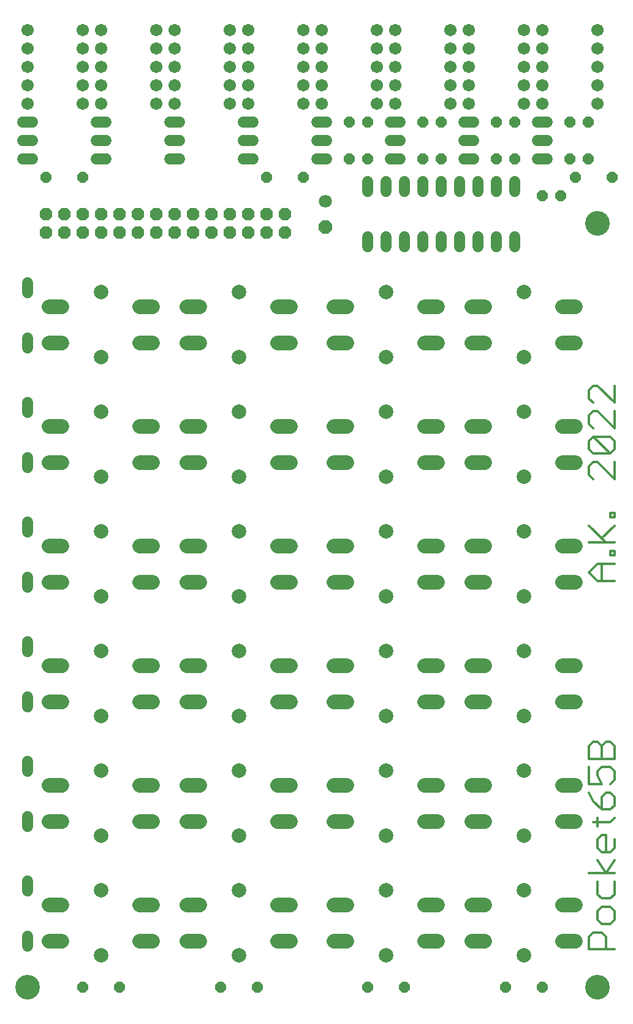
<source format=gts>
G75*
%MOIN*%
%OFA0B0*%
%FSLAX25Y25*%
%IPPOS*%
%LPD*%
%AMOC8*
5,1,8,0,0,1.08239X$1,22.5*
%
%ADD10C,0.13398*%
%ADD11C,0.01200*%
%ADD12C,0.07850*%
%ADD13C,0.07900*%
%ADD14C,0.06000*%
%ADD15OC8,0.06000*%
%ADD16OC8,0.06800*%
%ADD17OC8,0.07100*%
%ADD18C,0.07100*%
%ADD19C,0.06706*%
D10*
X0016500Y0016500D03*
X0326500Y0016500D03*
X0326500Y0431500D03*
D11*
X0326692Y0343262D02*
X0324390Y0343262D01*
X0322088Y0340960D01*
X0322088Y0336356D01*
X0324390Y0334054D01*
X0324390Y0329450D02*
X0322088Y0327148D01*
X0322088Y0322544D01*
X0324390Y0320242D01*
X0324390Y0315638D02*
X0333598Y0306430D01*
X0335900Y0308732D01*
X0335900Y0313336D01*
X0333598Y0315638D01*
X0324390Y0315638D01*
X0322088Y0313336D01*
X0322088Y0308732D01*
X0324390Y0306430D01*
X0333598Y0306430D01*
X0335900Y0301826D02*
X0335900Y0292618D01*
X0326692Y0301826D01*
X0324390Y0301826D01*
X0322088Y0299524D01*
X0322088Y0294920D01*
X0324390Y0292618D01*
X0333598Y0274203D02*
X0335900Y0274203D01*
X0335900Y0271901D01*
X0333598Y0271901D01*
X0333598Y0274203D01*
X0335900Y0267297D02*
X0328994Y0260391D01*
X0331296Y0258089D02*
X0322088Y0267297D01*
X0322088Y0258089D02*
X0335900Y0258089D01*
X0335900Y0253485D02*
X0335900Y0251183D01*
X0333598Y0251183D01*
X0333598Y0253485D01*
X0335900Y0253485D01*
X0335900Y0246579D02*
X0326692Y0246579D01*
X0322088Y0241975D01*
X0326692Y0237371D01*
X0335900Y0237371D01*
X0328994Y0237371D02*
X0328994Y0246579D01*
X0335900Y0320242D02*
X0326692Y0329450D01*
X0324390Y0329450D01*
X0335900Y0329450D02*
X0335900Y0320242D01*
X0335900Y0334054D02*
X0326692Y0343262D01*
X0335900Y0343262D02*
X0335900Y0334054D01*
X0333598Y0149896D02*
X0331296Y0149896D01*
X0328994Y0147594D01*
X0328994Y0140688D01*
X0328994Y0136085D02*
X0333598Y0136085D01*
X0335900Y0133783D01*
X0335900Y0129179D01*
X0333598Y0126877D01*
X0333598Y0122273D02*
X0331296Y0122273D01*
X0328994Y0119971D01*
X0328994Y0113065D01*
X0333598Y0113065D01*
X0335900Y0115367D01*
X0335900Y0119971D01*
X0333598Y0122273D01*
X0328994Y0126877D02*
X0326692Y0131481D01*
X0326692Y0133783D01*
X0328994Y0136085D01*
X0322088Y0136085D02*
X0322088Y0126877D01*
X0328994Y0126877D01*
X0322088Y0122273D02*
X0324390Y0117669D01*
X0328994Y0113065D01*
X0326692Y0108461D02*
X0326692Y0103857D01*
X0324390Y0106159D02*
X0333598Y0106159D01*
X0335900Y0108461D01*
X0331296Y0099253D02*
X0328994Y0099253D01*
X0326692Y0096951D01*
X0326692Y0092347D01*
X0328994Y0090045D01*
X0333598Y0090045D01*
X0335900Y0092347D01*
X0335900Y0096951D01*
X0331296Y0099253D02*
X0331296Y0090045D01*
X0326692Y0085441D02*
X0331296Y0078535D01*
X0335900Y0085441D01*
X0335900Y0078535D02*
X0322088Y0078535D01*
X0326692Y0073931D02*
X0326692Y0067026D01*
X0328994Y0064724D01*
X0333598Y0064724D01*
X0335900Y0067026D01*
X0335900Y0073931D01*
X0333598Y0060120D02*
X0328994Y0060120D01*
X0326692Y0057818D01*
X0326692Y0053214D01*
X0328994Y0050912D01*
X0333598Y0050912D01*
X0335900Y0053214D01*
X0335900Y0057818D01*
X0333598Y0060120D01*
X0328994Y0046308D02*
X0331296Y0044006D01*
X0331296Y0037100D01*
X0335900Y0037100D02*
X0322088Y0037100D01*
X0322088Y0044006D01*
X0324390Y0046308D01*
X0328994Y0046308D01*
X0322088Y0140688D02*
X0322088Y0147594D01*
X0324390Y0149896D01*
X0326692Y0149896D01*
X0328994Y0147594D01*
X0333598Y0149896D02*
X0335900Y0147594D01*
X0335900Y0140688D01*
X0322088Y0140688D01*
D12*
X0314625Y0126300D02*
X0307575Y0126300D01*
X0307575Y0106700D02*
X0314625Y0106700D01*
X0314625Y0061300D02*
X0307575Y0061300D01*
X0307575Y0041700D02*
X0314625Y0041700D01*
X0265425Y0041700D02*
X0258375Y0041700D01*
X0258375Y0061300D02*
X0265425Y0061300D01*
X0239625Y0061300D02*
X0232575Y0061300D01*
X0232575Y0041700D02*
X0239625Y0041700D01*
X0239625Y0106700D02*
X0232575Y0106700D01*
X0232575Y0126300D02*
X0239625Y0126300D01*
X0258375Y0126300D02*
X0265425Y0126300D01*
X0265425Y0106700D02*
X0258375Y0106700D01*
X0258375Y0171700D02*
X0265425Y0171700D01*
X0265425Y0191300D02*
X0258375Y0191300D01*
X0239625Y0191300D02*
X0232575Y0191300D01*
X0232575Y0171700D02*
X0239625Y0171700D01*
X0239625Y0236700D02*
X0232575Y0236700D01*
X0232575Y0256300D02*
X0239625Y0256300D01*
X0258375Y0256300D02*
X0265425Y0256300D01*
X0265425Y0236700D02*
X0258375Y0236700D01*
X0258375Y0301700D02*
X0265425Y0301700D01*
X0265425Y0321300D02*
X0258375Y0321300D01*
X0239625Y0321300D02*
X0232575Y0321300D01*
X0232575Y0301700D02*
X0239625Y0301700D01*
X0239625Y0366700D02*
X0232575Y0366700D01*
X0232575Y0386300D02*
X0239625Y0386300D01*
X0258375Y0386300D02*
X0265425Y0386300D01*
X0265425Y0366700D02*
X0258375Y0366700D01*
X0307575Y0366700D02*
X0314625Y0366700D01*
X0314625Y0386300D02*
X0307575Y0386300D01*
X0307575Y0321300D02*
X0314625Y0321300D01*
X0314625Y0301700D02*
X0307575Y0301700D01*
X0307575Y0256300D02*
X0314625Y0256300D01*
X0314625Y0236700D02*
X0307575Y0236700D01*
X0307575Y0191300D02*
X0314625Y0191300D01*
X0314625Y0171700D02*
X0307575Y0171700D01*
X0190425Y0171700D02*
X0183375Y0171700D01*
X0183375Y0191300D02*
X0190425Y0191300D01*
X0190425Y0236700D02*
X0183375Y0236700D01*
X0183375Y0256300D02*
X0190425Y0256300D01*
X0190425Y0301700D02*
X0183375Y0301700D01*
X0183375Y0321300D02*
X0190425Y0321300D01*
X0190425Y0366700D02*
X0183375Y0366700D01*
X0183375Y0386300D02*
X0190425Y0386300D01*
X0159625Y0386300D02*
X0152575Y0386300D01*
X0152575Y0366700D02*
X0159625Y0366700D01*
X0159625Y0321300D02*
X0152575Y0321300D01*
X0152575Y0301700D02*
X0159625Y0301700D01*
X0159625Y0256300D02*
X0152575Y0256300D01*
X0152575Y0236700D02*
X0159625Y0236700D01*
X0159625Y0191300D02*
X0152575Y0191300D01*
X0152575Y0171700D02*
X0159625Y0171700D01*
X0159625Y0126300D02*
X0152575Y0126300D01*
X0152575Y0106700D02*
X0159625Y0106700D01*
X0183375Y0106700D02*
X0190425Y0106700D01*
X0190425Y0126300D02*
X0183375Y0126300D01*
X0183375Y0061300D02*
X0190425Y0061300D01*
X0190425Y0041700D02*
X0183375Y0041700D01*
X0159625Y0041700D02*
X0152575Y0041700D01*
X0152575Y0061300D02*
X0159625Y0061300D01*
X0110425Y0061300D02*
X0103375Y0061300D01*
X0103375Y0041700D02*
X0110425Y0041700D01*
X0084625Y0041700D02*
X0077575Y0041700D01*
X0077575Y0061300D02*
X0084625Y0061300D01*
X0084625Y0106700D02*
X0077575Y0106700D01*
X0077575Y0126300D02*
X0084625Y0126300D01*
X0103375Y0126300D02*
X0110425Y0126300D01*
X0110425Y0106700D02*
X0103375Y0106700D01*
X0103375Y0171700D02*
X0110425Y0171700D01*
X0110425Y0191300D02*
X0103375Y0191300D01*
X0084625Y0191300D02*
X0077575Y0191300D01*
X0077575Y0171700D02*
X0084625Y0171700D01*
X0084625Y0236700D02*
X0077575Y0236700D01*
X0077575Y0256300D02*
X0084625Y0256300D01*
X0103375Y0256300D02*
X0110425Y0256300D01*
X0110425Y0236700D02*
X0103375Y0236700D01*
X0103375Y0301700D02*
X0110425Y0301700D01*
X0110425Y0321300D02*
X0103375Y0321300D01*
X0084625Y0321300D02*
X0077575Y0321300D01*
X0077575Y0301700D02*
X0084625Y0301700D01*
X0084625Y0366700D02*
X0077575Y0366700D01*
X0077575Y0386300D02*
X0084625Y0386300D01*
X0103375Y0386300D02*
X0110425Y0386300D01*
X0110425Y0366700D02*
X0103375Y0366700D01*
X0035425Y0366700D02*
X0028375Y0366700D01*
X0028375Y0386300D02*
X0035425Y0386300D01*
X0035425Y0321300D02*
X0028375Y0321300D01*
X0028375Y0301700D02*
X0035425Y0301700D01*
X0035425Y0256300D02*
X0028375Y0256300D01*
X0028375Y0236700D02*
X0035425Y0236700D01*
X0035425Y0191300D02*
X0028375Y0191300D01*
X0028375Y0171700D02*
X0035425Y0171700D01*
X0035425Y0126300D02*
X0028375Y0126300D01*
X0028375Y0106700D02*
X0035425Y0106700D01*
X0035425Y0061300D02*
X0028375Y0061300D01*
X0028375Y0041700D02*
X0035425Y0041700D01*
D13*
X0056500Y0033800D03*
X0056500Y0069200D03*
X0056500Y0098800D03*
X0056500Y0134200D03*
X0056500Y0163800D03*
X0056500Y0199200D03*
X0056500Y0228800D03*
X0056500Y0264200D03*
X0056500Y0293800D03*
X0056500Y0329200D03*
X0056500Y0358800D03*
X0056500Y0394200D03*
X0131500Y0394200D03*
X0131500Y0358800D03*
X0131500Y0329200D03*
X0131500Y0293800D03*
X0131500Y0264200D03*
X0131500Y0228800D03*
X0131500Y0199200D03*
X0131500Y0163800D03*
X0131500Y0134200D03*
X0131500Y0098800D03*
X0131500Y0069200D03*
X0131500Y0033800D03*
X0211500Y0033800D03*
X0211500Y0069200D03*
X0211500Y0098800D03*
X0211500Y0134200D03*
X0211500Y0163800D03*
X0211500Y0199200D03*
X0211500Y0228800D03*
X0211500Y0264200D03*
X0211500Y0293800D03*
X0211500Y0329200D03*
X0211500Y0358800D03*
X0211500Y0394200D03*
X0286500Y0394200D03*
X0286500Y0358800D03*
X0286500Y0329200D03*
X0286500Y0293800D03*
X0286500Y0264200D03*
X0286500Y0228800D03*
X0286500Y0199200D03*
X0286500Y0163800D03*
X0286500Y0134200D03*
X0286500Y0098800D03*
X0286500Y0069200D03*
X0286500Y0033800D03*
D14*
X0281500Y0418900D02*
X0281500Y0424100D01*
X0271500Y0424100D02*
X0271500Y0418900D01*
X0261500Y0418900D02*
X0261500Y0424100D01*
X0251500Y0424100D02*
X0251500Y0418900D01*
X0241500Y0418900D02*
X0241500Y0424100D01*
X0231500Y0424100D02*
X0231500Y0418900D01*
X0221500Y0418900D02*
X0221500Y0424100D01*
X0211500Y0424100D02*
X0211500Y0418900D01*
X0201500Y0418900D02*
X0201500Y0424100D01*
X0201500Y0448900D02*
X0201500Y0454100D01*
X0211500Y0454100D02*
X0211500Y0448900D01*
X0221500Y0448900D02*
X0221500Y0454100D01*
X0219100Y0466500D02*
X0213900Y0466500D01*
X0213900Y0476500D02*
X0219100Y0476500D01*
X0219100Y0486500D02*
X0213900Y0486500D01*
X0231500Y0454100D02*
X0231500Y0448900D01*
X0241500Y0448900D02*
X0241500Y0454100D01*
X0251500Y0454100D02*
X0251500Y0448900D01*
X0261500Y0448900D02*
X0261500Y0454100D01*
X0259100Y0466500D02*
X0253900Y0466500D01*
X0253900Y0476500D02*
X0259100Y0476500D01*
X0259100Y0486500D02*
X0253900Y0486500D01*
X0271500Y0454100D02*
X0271500Y0448900D01*
X0281500Y0448900D02*
X0281500Y0454100D01*
X0293900Y0466500D02*
X0299100Y0466500D01*
X0299100Y0476500D02*
X0293900Y0476500D01*
X0293900Y0486500D02*
X0299100Y0486500D01*
X0179100Y0486500D02*
X0173900Y0486500D01*
X0173900Y0476500D02*
X0179100Y0476500D01*
X0179100Y0466500D02*
X0173900Y0466500D01*
X0139100Y0466500D02*
X0133900Y0466500D01*
X0133900Y0476500D02*
X0139100Y0476500D01*
X0139100Y0486500D02*
X0133900Y0486500D01*
X0099100Y0486500D02*
X0093900Y0486500D01*
X0093900Y0476500D02*
X0099100Y0476500D01*
X0099100Y0466500D02*
X0093900Y0466500D01*
X0059100Y0466500D02*
X0053900Y0466500D01*
X0053900Y0476500D02*
X0059100Y0476500D01*
X0059100Y0486500D02*
X0053900Y0486500D01*
X0019100Y0486500D02*
X0013900Y0486500D01*
X0013900Y0476500D02*
X0019100Y0476500D01*
X0019100Y0466500D02*
X0013900Y0466500D01*
X0016500Y0399100D02*
X0016500Y0393900D01*
X0016500Y0369100D02*
X0016500Y0363900D01*
X0016500Y0334100D02*
X0016500Y0328900D01*
X0016500Y0304100D02*
X0016500Y0298900D01*
X0016500Y0269100D02*
X0016500Y0263900D01*
X0016500Y0239100D02*
X0016500Y0233900D01*
X0016500Y0204100D02*
X0016500Y0198900D01*
X0016500Y0174100D02*
X0016500Y0168900D01*
X0016500Y0139100D02*
X0016500Y0133900D01*
X0016500Y0109100D02*
X0016500Y0103900D01*
X0016500Y0074100D02*
X0016500Y0068900D01*
X0016500Y0044100D02*
X0016500Y0038900D01*
D15*
X0046500Y0016500D03*
X0066500Y0016500D03*
X0121500Y0016500D03*
X0141500Y0016500D03*
X0201500Y0016500D03*
X0221500Y0016500D03*
X0276500Y0016500D03*
X0296500Y0016500D03*
X0296500Y0446500D03*
X0306500Y0446500D03*
X0314500Y0456500D03*
X0311500Y0466500D03*
X0321500Y0466500D03*
X0321500Y0486500D03*
X0311500Y0486500D03*
X0334500Y0456500D03*
X0281500Y0466500D03*
X0271500Y0466500D03*
X0271500Y0486500D03*
X0281500Y0486500D03*
X0241500Y0486500D03*
X0231500Y0486500D03*
X0231500Y0466500D03*
X0241500Y0466500D03*
X0201500Y0466500D03*
X0191500Y0466500D03*
X0191500Y0486500D03*
X0201500Y0486500D03*
X0166500Y0456500D03*
X0146500Y0456500D03*
X0046500Y0456500D03*
X0026500Y0456500D03*
D16*
X0026500Y0436500D03*
X0026500Y0426500D03*
X0036500Y0426500D03*
X0036500Y0436500D03*
X0046500Y0436500D03*
X0046500Y0426500D03*
X0056500Y0426500D03*
X0056500Y0436500D03*
X0066500Y0436500D03*
X0066500Y0426500D03*
X0076500Y0426500D03*
X0076500Y0436500D03*
X0086500Y0436500D03*
X0086500Y0426500D03*
X0096500Y0426500D03*
X0096500Y0436500D03*
X0106500Y0436500D03*
X0106500Y0426500D03*
X0116500Y0426500D03*
X0116500Y0436500D03*
X0126500Y0436500D03*
X0126500Y0426500D03*
X0136500Y0426500D03*
X0136500Y0436500D03*
X0146500Y0436500D03*
X0146500Y0426500D03*
X0156500Y0426500D03*
X0156500Y0436500D03*
D17*
X0178500Y0429500D03*
D18*
X0178500Y0443500D03*
D19*
X0176500Y0496500D03*
X0176500Y0506500D03*
X0176500Y0516500D03*
X0176500Y0526500D03*
X0176500Y0536500D03*
X0166500Y0536500D03*
X0166500Y0526500D03*
X0166500Y0516500D03*
X0166500Y0506500D03*
X0166500Y0496500D03*
X0136500Y0496500D03*
X0136500Y0506500D03*
X0136500Y0516500D03*
X0136500Y0526500D03*
X0136500Y0536500D03*
X0126500Y0536500D03*
X0126500Y0526500D03*
X0126500Y0516500D03*
X0126500Y0506500D03*
X0126500Y0496500D03*
X0096500Y0496500D03*
X0096500Y0506500D03*
X0096500Y0516500D03*
X0096500Y0526500D03*
X0096500Y0536500D03*
X0086500Y0536500D03*
X0086500Y0526500D03*
X0086500Y0516500D03*
X0086500Y0506500D03*
X0086500Y0496500D03*
X0056500Y0496500D03*
X0056500Y0506500D03*
X0056500Y0516500D03*
X0056500Y0526500D03*
X0056500Y0536500D03*
X0046500Y0536500D03*
X0046500Y0526500D03*
X0046500Y0516500D03*
X0046500Y0506500D03*
X0046500Y0496500D03*
X0016500Y0496500D03*
X0016500Y0506500D03*
X0016500Y0516500D03*
X0016500Y0526500D03*
X0016500Y0536500D03*
X0206500Y0536500D03*
X0206500Y0526500D03*
X0206500Y0516500D03*
X0206500Y0506500D03*
X0206500Y0496500D03*
X0216500Y0496500D03*
X0216500Y0506500D03*
X0216500Y0516500D03*
X0216500Y0526500D03*
X0216500Y0536500D03*
X0246500Y0536500D03*
X0246500Y0526500D03*
X0246500Y0516500D03*
X0246500Y0506500D03*
X0246500Y0496500D03*
X0256500Y0496500D03*
X0256500Y0506500D03*
X0256500Y0516500D03*
X0256500Y0526500D03*
X0256500Y0536500D03*
X0286500Y0536500D03*
X0286500Y0526500D03*
X0286500Y0516500D03*
X0286500Y0506500D03*
X0286500Y0496500D03*
X0296500Y0496500D03*
X0296500Y0506500D03*
X0296500Y0516500D03*
X0296500Y0526500D03*
X0296500Y0536500D03*
X0326500Y0536500D03*
X0326500Y0526500D03*
X0326500Y0516500D03*
X0326500Y0506500D03*
X0326500Y0496500D03*
M02*

</source>
